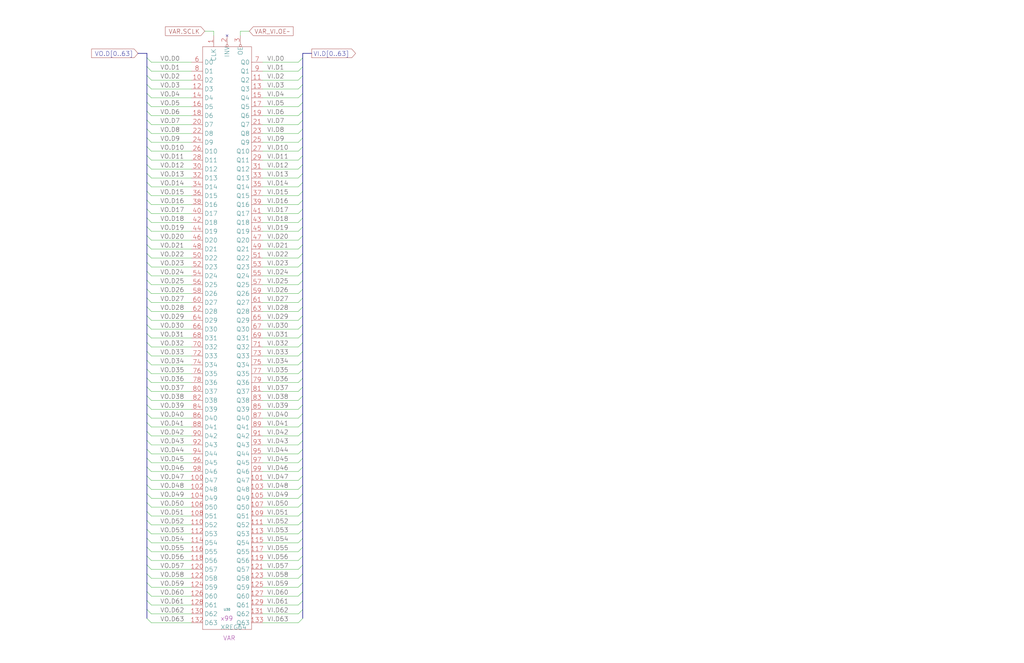
<source format=kicad_sch>
(kicad_sch (version 20230121) (generator eeschema)
  (paper "User" 584.2 378.46)
  (title_block (title "VAL ASSEMBLY REGISTER") (date "20-MAR-90") (rev "1.0") (comment 1 "FIU") (comment 2 "232-003065") (comment 3 "S400") (comment 4 "RELEASED"))
  (lib_symbols
    (symbol "r1000:XREG64" (pin_names (offset 1.016))
      (property "Reference" "U" (at 2.54 5.08 0))
      (property "Value" "XREG64" (at -1.27 -5.08 0))
      (property "Location" "___" (at -1.27 0 0))
      (property "Name" "______" (at 3.81 -12.7 0))
      (symbol "XREG64_1_1"
        (rectangle (start -11.43 326.39) (end 16.51 -6.35))
        (circle (center 2.54 327.025) (radius 0.635))
        (circle (center 10.16 327.025) (radius 0.635))
        (pin input line (at -5.08 332.74 270) (length 6.35) (name "CLK") (number "1"))
        (pin input line (at -17.78 307.34 0) (length 6.35) (name "D2") (number "10"))
        (pin input line (at -17.78 78.74 0) (length 6.35) (name "D47") (number "100"))
        (pin tri_state line (at 22.86 78.74 180) (length 6.35) (name "Q47") (number "101"))
        (pin input line (at -17.78 73.66 0) (length 6.35) (name "D48") (number "102"))
        (pin tri_state line (at 22.86 73.66 180) (length 6.35) (name "Q48") (number "103"))
        (pin input line (at -17.78 68.58 0) (length 6.35) (name "D49") (number "104"))
        (pin tri_state line (at 22.86 68.58 180) (length 6.35) (name "Q49") (number "105"))
        (pin input line (at -17.78 63.5 0) (length 6.35) (name "D50") (number "106"))
        (pin tri_state line (at 22.86 63.5 180) (length 6.35) (name "Q50") (number "107"))
        (pin input line (at -17.78 58.42 0) (length 6.35) (name "D51") (number "108"))
        (pin tri_state line (at 22.86 58.42 180) (length 6.35) (name "Q51") (number "109"))
        (pin tri_state line (at 22.86 307.34 180) (length 6.35) (name "Q2") (number "11"))
        (pin input line (at -17.78 53.34 0) (length 6.35) (name "D52") (number "110"))
        (pin tri_state line (at 22.86 53.34 180) (length 6.35) (name "Q52") (number "111"))
        (pin input line (at -17.78 48.26 0) (length 6.35) (name "D53") (number "112"))
        (pin tri_state line (at 22.86 48.26 180) (length 6.35) (name "Q53") (number "113"))
        (pin input line (at -17.78 43.18 0) (length 6.35) (name "D54") (number "114"))
        (pin tri_state line (at 22.86 43.18 180) (length 6.35) (name "Q54") (number "115"))
        (pin input line (at -17.78 38.1 0) (length 6.35) (name "D55") (number "116"))
        (pin tri_state line (at 22.86 38.1 180) (length 6.35) (name "Q55") (number "117"))
        (pin input line (at -17.78 33.02 0) (length 6.35) (name "D56") (number "118"))
        (pin tri_state line (at 22.86 33.02 180) (length 6.35) (name "Q56") (number "119"))
        (pin input line (at -17.78 302.26 0) (length 6.35) (name "D3") (number "12"))
        (pin input line (at -17.78 27.94 0) (length 6.35) (name "D57") (number "120"))
        (pin tri_state line (at 22.86 27.94 180) (length 6.35) (name "Q57") (number "121"))
        (pin input line (at -17.78 22.86 0) (length 6.35) (name "D58") (number "122"))
        (pin tri_state line (at 22.86 22.86 180) (length 6.35) (name "Q58") (number "123"))
        (pin input line (at -17.78 17.78 0) (length 6.35) (name "D59") (number "124"))
        (pin tri_state line (at 22.86 17.78 180) (length 6.35) (name "Q59") (number "125"))
        (pin input line (at -17.78 12.7 0) (length 6.35) (name "D60") (number "126"))
        (pin tri_state line (at 22.86 12.7 180) (length 6.35) (name "Q60") (number "127"))
        (pin input line (at -17.78 7.62 0) (length 6.35) (name "D61") (number "128"))
        (pin tri_state line (at 22.86 7.62 180) (length 6.35) (name "Q61") (number "129"))
        (pin tri_state line (at 22.86 302.26 180) (length 6.35) (name "Q3") (number "13"))
        (pin input line (at -17.78 2.54 0) (length 6.35) (name "D62") (number "130"))
        (pin tri_state line (at 22.86 2.54 180) (length 6.35) (name "Q62") (number "131"))
        (pin input line (at -17.78 -2.54 0) (length 6.35) (name "D63") (number "132"))
        (pin tri_state line (at 22.86 -2.54 180) (length 6.35) (name "Q63") (number "133"))
        (pin input line (at -17.78 297.18 0) (length 6.35) (name "D4") (number "14"))
        (pin tri_state line (at 22.86 297.18 180) (length 6.35) (name "Q4") (number "15"))
        (pin input line (at -17.78 292.1 0) (length 6.35) (name "D5") (number "16"))
        (pin tri_state line (at 22.86 292.1 180) (length 6.35) (name "Q5") (number "17"))
        (pin input line (at -17.78 287.02 0) (length 6.35) (name "D6") (number "18"))
        (pin tri_state line (at 22.86 287.02 180) (length 6.35) (name "Q6") (number "19"))
        (pin input line (at 2.54 332.74 270) (length 5.08) (name "INV") (number "2"))
        (pin input line (at -17.78 281.94 0) (length 6.35) (name "D7") (number "20"))
        (pin tri_state line (at 22.86 281.94 180) (length 6.35) (name "Q7") (number "21"))
        (pin input line (at -17.78 276.86 0) (length 6.35) (name "D8") (number "22"))
        (pin tri_state line (at 22.86 276.86 180) (length 6.35) (name "Q8") (number "23"))
        (pin input line (at -17.78 271.78 0) (length 6.35) (name "D9") (number "24"))
        (pin tri_state line (at 22.86 271.78 180) (length 6.35) (name "Q9") (number "25"))
        (pin input line (at -17.78 266.7 0) (length 6.35) (name "D10") (number "26"))
        (pin tri_state line (at 22.86 266.7 180) (length 6.35) (name "Q10") (number "27"))
        (pin input line (at -17.78 261.62 0) (length 6.35) (name "D11") (number "28"))
        (pin tri_state line (at 22.86 261.62 180) (length 6.35) (name "Q11") (number "29"))
        (pin input line (at 10.16 332.74 270) (length 5.08) (name "OE") (number "3"))
        (pin input line (at -17.78 256.54 0) (length 6.35) (name "D12") (number "30"))
        (pin tri_state line (at 22.86 256.54 180) (length 6.35) (name "Q12") (number "31"))
        (pin input line (at -17.78 251.46 0) (length 6.35) (name "D13") (number "32"))
        (pin tri_state line (at 22.86 251.46 180) (length 6.35) (name "Q13") (number "33"))
        (pin input line (at -17.78 246.38 0) (length 6.35) (name "D14") (number "34"))
        (pin tri_state line (at 22.86 246.38 180) (length 6.35) (name "Q14") (number "35"))
        (pin input line (at -17.78 241.3 0) (length 6.35) (name "D15") (number "36"))
        (pin tri_state line (at 22.86 241.3 180) (length 6.35) (name "Q15") (number "37"))
        (pin input line (at -17.78 236.22 0) (length 6.35) (name "D16") (number "38"))
        (pin tri_state line (at 22.86 236.22 180) (length 6.35) (name "Q16") (number "39"))
        (pin input line (at -17.78 231.14 0) (length 6.35) (name "D17") (number "40"))
        (pin tri_state line (at 22.86 231.14 180) (length 6.35) (name "Q17") (number "41"))
        (pin input line (at -17.78 226.06 0) (length 6.35) (name "D18") (number "42"))
        (pin tri_state line (at 22.86 226.06 180) (length 6.35) (name "Q18") (number "43"))
        (pin input line (at -17.78 220.98 0) (length 6.35) (name "D19") (number "44"))
        (pin tri_state line (at 22.86 220.98 180) (length 6.35) (name "Q19") (number "45"))
        (pin input line (at -17.78 215.9 0) (length 6.35) (name "D20") (number "46"))
        (pin tri_state line (at 22.86 215.9 180) (length 6.35) (name "Q20") (number "47"))
        (pin input line (at -17.78 210.82 0) (length 6.35) (name "D21") (number "48"))
        (pin tri_state line (at 22.86 210.82 180) (length 6.35) (name "Q21") (number "49"))
        (pin input line (at -17.78 205.74 0) (length 6.35) (name "D22") (number "50"))
        (pin tri_state line (at 22.86 205.74 180) (length 6.35) (name "Q22") (number "51"))
        (pin input line (at -17.78 200.66 0) (length 6.35) (name "D23") (number "52"))
        (pin tri_state line (at 22.86 200.66 180) (length 6.35) (name "Q23") (number "53"))
        (pin input line (at -17.78 195.58 0) (length 6.35) (name "D24") (number "54"))
        (pin tri_state line (at 22.86 195.58 180) (length 6.35) (name "Q24") (number "55"))
        (pin input line (at -17.78 190.5 0) (length 6.35) (name "D25") (number "56"))
        (pin tri_state line (at 22.86 190.5 180) (length 6.35) (name "Q25") (number "57"))
        (pin input line (at -17.78 185.42 0) (length 6.35) (name "D26") (number "58"))
        (pin tri_state line (at 22.86 185.42 180) (length 6.35) (name "Q26") (number "59"))
        (pin input line (at -17.78 317.5 0) (length 6.35) (name "D0") (number "6"))
        (pin input line (at -17.78 180.34 0) (length 6.35) (name "D27") (number "60"))
        (pin tri_state line (at 22.86 180.34 180) (length 6.35) (name "Q27") (number "61"))
        (pin input line (at -17.78 175.26 0) (length 6.35) (name "D28") (number "62"))
        (pin tri_state line (at 22.86 175.26 180) (length 6.35) (name "Q28") (number "63"))
        (pin input line (at -17.78 170.18 0) (length 6.35) (name "D29") (number "64"))
        (pin tri_state line (at 22.86 170.18 180) (length 6.35) (name "Q29") (number "65"))
        (pin input line (at -17.78 165.1 0) (length 6.35) (name "D30") (number "66"))
        (pin tri_state line (at 22.86 165.1 180) (length 6.35) (name "Q30") (number "67"))
        (pin input line (at -17.78 160.02 0) (length 6.35) (name "D31") (number "68"))
        (pin tri_state line (at 22.86 160.02 180) (length 6.35) (name "Q31") (number "69"))
        (pin tri_state line (at 22.86 317.5 180) (length 6.35) (name "Q0") (number "7"))
        (pin input line (at -17.78 154.94 0) (length 6.35) (name "D32") (number "70"))
        (pin tri_state line (at 22.86 154.94 180) (length 6.35) (name "Q32") (number "71"))
        (pin input line (at -17.78 149.86 0) (length 6.35) (name "D33") (number "72"))
        (pin tri_state line (at 22.86 149.86 180) (length 6.35) (name "Q33") (number "73"))
        (pin input line (at -17.78 144.78 0) (length 6.35) (name "D34") (number "74"))
        (pin tri_state line (at 22.86 144.78 180) (length 6.35) (name "Q34") (number "75"))
        (pin input line (at -17.78 139.7 0) (length 6.35) (name "D35") (number "76"))
        (pin tri_state line (at 22.86 139.7 180) (length 6.35) (name "Q35") (number "77"))
        (pin input line (at -17.78 134.62 0) (length 6.35) (name "D36") (number "78"))
        (pin tri_state line (at 22.86 134.62 180) (length 6.35) (name "Q36") (number "79"))
        (pin input line (at -17.78 312.42 0) (length 6.35) (name "D1") (number "8"))
        (pin input line (at -17.78 129.54 0) (length 6.35) (name "D37") (number "80"))
        (pin tri_state line (at 22.86 129.54 180) (length 6.35) (name "Q37") (number "81"))
        (pin input line (at -17.78 124.46 0) (length 6.35) (name "D38") (number "82"))
        (pin tri_state line (at 22.86 124.46 180) (length 6.35) (name "Q38") (number "83"))
        (pin input line (at -17.78 119.38 0) (length 6.35) (name "D39") (number "84"))
        (pin tri_state line (at 22.86 119.38 180) (length 6.35) (name "Q39") (number "85"))
        (pin input line (at -17.78 114.3 0) (length 6.35) (name "D40") (number "86"))
        (pin tri_state line (at 22.86 114.3 180) (length 6.35) (name "Q40") (number "87"))
        (pin input line (at -17.78 109.22 0) (length 6.35) (name "D41") (number "88"))
        (pin tri_state line (at 22.86 109.22 180) (length 6.35) (name "Q41") (number "89"))
        (pin tri_state line (at 22.86 312.42 180) (length 6.35) (name "Q1") (number "9"))
        (pin input line (at -17.78 104.14 0) (length 6.35) (name "D42") (number "90"))
        (pin tri_state line (at 22.86 104.14 180) (length 6.35) (name "Q42") (number "91"))
        (pin input line (at -17.78 99.06 0) (length 6.35) (name "D43") (number "92"))
        (pin tri_state line (at 22.86 99.06 180) (length 6.35) (name "Q43") (number "93"))
        (pin input line (at -17.78 93.98 0) (length 6.35) (name "D44") (number "94"))
        (pin tri_state line (at 22.86 93.98 180) (length 6.35) (name "Q44") (number "95"))
        (pin input line (at -17.78 88.9 0) (length 6.35) (name "D45") (number "96"))
        (pin tri_state line (at 22.86 88.9 180) (length 6.35) (name "Q45") (number "97"))
        (pin input line (at -17.78 83.82 0) (length 6.35) (name "D46") (number "98"))
        (pin tri_state line (at 22.86 83.82 180) (length 6.35) (name "Q46") (number "99"))
      )
    )
  )
  (no_connect (at 129.54 20.32))
  (bus_entry (at 172.72 246.38) (size -2.54 2.54))
  (bus_entry (at 83.82 236.22) (size 2.54 2.54))
  (bus_entry (at 83.82 332.74) (size 2.54 2.54))
  (bus_entry (at 172.72 312.42) (size -2.54 2.54))
  (bus_entry (at 172.72 236.22) (size -2.54 2.54))
  (bus_entry (at 83.82 78.74) (size 2.54 2.54))
  (bus_entry (at 172.72 337.82) (size -2.54 2.54))
  (bus_entry (at 83.82 185.42) (size 2.54 2.54))
  (bus_entry (at 172.72 200.66) (size -2.54 2.54))
  (bus_entry (at 172.72 58.42) (size -2.54 2.54))
  (bus_entry (at 172.72 205.74) (size -2.54 2.54))
  (bus_entry (at 172.72 347.98) (size -2.54 2.54))
  (bus_entry (at 172.72 251.46) (size -2.54 2.54))
  (bus_entry (at 83.82 312.42) (size 2.54 2.54))
  (bus_entry (at 83.82 124.46) (size 2.54 2.54))
  (bus_entry (at 83.82 302.26) (size 2.54 2.54))
  (bus_entry (at 83.82 256.54) (size 2.54 2.54))
  (bus_entry (at 83.82 205.74) (size 2.54 2.54))
  (bus_entry (at 83.82 43.18) (size 2.54 2.54))
  (bus_entry (at 83.82 63.5) (size 2.54 2.54))
  (bus_entry (at 83.82 292.1) (size 2.54 2.54))
  (bus_entry (at 172.72 170.18) (size -2.54 2.54))
  (bus_entry (at 83.82 165.1) (size 2.54 2.54))
  (bus_entry (at 83.82 99.06) (size 2.54 2.54))
  (bus_entry (at 172.72 114.3) (size -2.54 2.54))
  (bus_entry (at 83.82 246.38) (size 2.54 2.54))
  (bus_entry (at 172.72 160.02) (size -2.54 2.54))
  (bus_entry (at 83.82 48.26) (size 2.54 2.54))
  (bus_entry (at 83.82 287.02) (size 2.54 2.54))
  (bus_entry (at 83.82 337.82) (size 2.54 2.54))
  (bus_entry (at 83.82 154.94) (size 2.54 2.54))
  (bus_entry (at 172.72 281.94) (size -2.54 2.54))
  (bus_entry (at 172.72 353.06) (size -2.54 2.54))
  (bus_entry (at 172.72 88.9) (size -2.54 2.54))
  (bus_entry (at 172.72 195.58) (size -2.54 2.54))
  (bus_entry (at 172.72 124.46) (size -2.54 2.54))
  (bus_entry (at 83.82 261.62) (size 2.54 2.54))
  (bus_entry (at 172.72 215.9) (size -2.54 2.54))
  (bus_entry (at 172.72 231.14) (size -2.54 2.54))
  (bus_entry (at 83.82 297.18) (size 2.54 2.54))
  (bus_entry (at 83.82 180.34) (size 2.54 2.54))
  (bus_entry (at 83.82 73.66) (size 2.54 2.54))
  (bus_entry (at 83.82 342.9) (size 2.54 2.54))
  (bus_entry (at 83.82 129.54) (size 2.54 2.54))
  (bus_entry (at 83.82 53.34) (size 2.54 2.54))
  (bus_entry (at 83.82 119.38) (size 2.54 2.54))
  (bus_entry (at 83.82 271.78) (size 2.54 2.54))
  (bus_entry (at 83.82 200.66) (size 2.54 2.54))
  (bus_entry (at 83.82 109.22) (size 2.54 2.54))
  (bus_entry (at 83.82 33.02) (size 2.54 2.54))
  (bus_entry (at 83.82 93.98) (size 2.54 2.54))
  (bus_entry (at 83.82 220.98) (size 2.54 2.54))
  (bus_entry (at 172.72 63.5) (size -2.54 2.54))
  (bus_entry (at 172.72 129.54) (size -2.54 2.54))
  (bus_entry (at 172.72 33.02) (size -2.54 2.54))
  (bus_entry (at 83.82 215.9) (size 2.54 2.54))
  (bus_entry (at 83.82 251.46) (size 2.54 2.54))
  (bus_entry (at 83.82 88.9) (size 2.54 2.54))
  (bus_entry (at 83.82 317.5) (size 2.54 2.54))
  (bus_entry (at 83.82 144.78) (size 2.54 2.54))
  (bus_entry (at 172.72 271.78) (size -2.54 2.54))
  (bus_entry (at 83.82 38.1) (size 2.54 2.54))
  (bus_entry (at 172.72 180.34) (size -2.54 2.54))
  (bus_entry (at 172.72 175.26) (size -2.54 2.54))
  (bus_entry (at 83.82 134.62) (size 2.54 2.54))
  (bus_entry (at 172.72 139.7) (size -2.54 2.54))
  (bus_entry (at 172.72 99.06) (size -2.54 2.54))
  (bus_entry (at 172.72 185.42) (size -2.54 2.54))
  (bus_entry (at 172.72 276.86) (size -2.54 2.54))
  (bus_entry (at 172.72 241.3) (size -2.54 2.54))
  (bus_entry (at 172.72 165.1) (size -2.54 2.54))
  (bus_entry (at 83.82 104.14) (size 2.54 2.54))
  (bus_entry (at 83.82 210.82) (size 2.54 2.54))
  (bus_entry (at 172.72 220.98) (size -2.54 2.54))
  (bus_entry (at 83.82 226.06) (size 2.54 2.54))
  (bus_entry (at 172.72 287.02) (size -2.54 2.54))
  (bus_entry (at 172.72 149.86) (size -2.54 2.54))
  (bus_entry (at 83.82 266.7) (size 2.54 2.54))
  (bus_entry (at 83.82 281.94) (size 2.54 2.54))
  (bus_entry (at 172.72 73.66) (size -2.54 2.54))
  (bus_entry (at 83.82 195.58) (size 2.54 2.54))
  (bus_entry (at 83.82 347.98) (size 2.54 2.54))
  (bus_entry (at 172.72 307.34) (size -2.54 2.54))
  (bus_entry (at 83.82 58.42) (size 2.54 2.54))
  (bus_entry (at 172.72 53.34) (size -2.54 2.54))
  (bus_entry (at 83.82 327.66) (size 2.54 2.54))
  (bus_entry (at 172.72 78.74) (size -2.54 2.54))
  (bus_entry (at 172.72 210.82) (size -2.54 2.54))
  (bus_entry (at 172.72 83.82) (size -2.54 2.54))
  (bus_entry (at 172.72 302.26) (size -2.54 2.54))
  (bus_entry (at 172.72 93.98) (size -2.54 2.54))
  (bus_entry (at 172.72 119.38) (size -2.54 2.54))
  (bus_entry (at 172.72 134.62) (size -2.54 2.54))
  (bus_entry (at 172.72 38.1) (size -2.54 2.54))
  (bus_entry (at 172.72 226.06) (size -2.54 2.54))
  (bus_entry (at 172.72 261.62) (size -2.54 2.54))
  (bus_entry (at 172.72 190.5) (size -2.54 2.54))
  (bus_entry (at 83.82 231.14) (size 2.54 2.54))
  (bus_entry (at 172.72 322.58) (size -2.54 2.54))
  (bus_entry (at 172.72 68.58) (size -2.54 2.54))
  (bus_entry (at 83.82 307.34) (size 2.54 2.54))
  (bus_entry (at 83.82 190.5) (size 2.54 2.54))
  (bus_entry (at 83.82 353.06) (size 2.54 2.54))
  (bus_entry (at 83.82 139.7) (size 2.54 2.54))
  (bus_entry (at 83.82 149.86) (size 2.54 2.54))
  (bus_entry (at 172.72 292.1) (size -2.54 2.54))
  (bus_entry (at 83.82 114.3) (size 2.54 2.54))
  (bus_entry (at 83.82 241.3) (size 2.54 2.54))
  (bus_entry (at 83.82 322.58) (size 2.54 2.54))
  (bus_entry (at 172.72 256.54) (size -2.54 2.54))
  (bus_entry (at 172.72 109.22) (size -2.54 2.54))
  (bus_entry (at 172.72 332.74) (size -2.54 2.54))
  (bus_entry (at 172.72 327.66) (size -2.54 2.54))
  (bus_entry (at 172.72 144.78) (size -2.54 2.54))
  (bus_entry (at 172.72 43.18) (size -2.54 2.54))
  (bus_entry (at 172.72 104.14) (size -2.54 2.54))
  (bus_entry (at 172.72 317.5) (size -2.54 2.54))
  (bus_entry (at 83.82 68.58) (size 2.54 2.54))
  (bus_entry (at 172.72 297.18) (size -2.54 2.54))
  (bus_entry (at 172.72 154.94) (size -2.54 2.54))
  (bus_entry (at 83.82 276.86) (size 2.54 2.54))
  (bus_entry (at 83.82 160.02) (size 2.54 2.54))
  (bus_entry (at 172.72 266.7) (size -2.54 2.54))
  (bus_entry (at 172.72 48.26) (size -2.54 2.54))
  (bus_entry (at 83.82 170.18) (size 2.54 2.54))
  (bus_entry (at 83.82 175.26) (size 2.54 2.54))
  (bus_entry (at 83.82 83.82) (size 2.54 2.54))
  (bus_entry (at 172.72 342.9) (size -2.54 2.54))
  (bus (pts (xy 172.72 68.58) (xy 172.72 73.66)))
  (bus (pts (xy 172.72 154.94) (xy 172.72 160.02)))
  (wire (pts (xy 109.22 81.28) (xy 86.36 81.28)))
  (wire (pts (xy 109.22 223.52) (xy 86.36 223.52)))
  (wire (pts (xy 170.18 320.04) (xy 149.86 320.04)))
  (wire (pts (xy 170.18 167.64) (xy 149.86 167.64)))
  (wire (pts (xy 109.22 335.28) (xy 86.36 335.28)))
  (wire (pts (xy 109.22 203.2) (xy 86.36 203.2)))
  (wire (pts (xy 170.18 228.6) (xy 149.86 228.6)))
  (wire (pts (xy 109.22 137.16) (xy 86.36 137.16)))
  (bus (pts (xy 83.82 347.98) (xy 83.82 353.06)))
  (wire (pts (xy 109.22 243.84) (xy 86.36 243.84)))
  (bus (pts (xy 172.72 48.26) (xy 172.72 53.34)))
  (bus (pts (xy 83.82 30.48) (xy 83.82 33.02)))
  (wire (pts (xy 170.18 157.48) (xy 149.86 157.48)))
  (wire (pts (xy 109.22 40.64) (xy 86.36 40.64)))
  (bus (pts (xy 83.82 342.9) (xy 83.82 347.98)))
  (wire (pts (xy 109.22 152.4) (xy 86.36 152.4)))
  (wire (pts (xy 109.22 294.64) (xy 86.36 294.64)))
  (wire (pts (xy 170.18 101.6) (xy 149.86 101.6)))
  (bus (pts (xy 83.82 99.06) (xy 83.82 104.14)))
  (bus (pts (xy 172.72 236.22) (xy 172.72 241.3)))
  (wire (pts (xy 109.22 127) (xy 86.36 127)))
  (bus (pts (xy 172.72 63.5) (xy 172.72 68.58)))
  (wire (pts (xy 109.22 142.24) (xy 86.36 142.24)))
  (bus (pts (xy 172.72 256.54) (xy 172.72 261.62)))
  (wire (pts (xy 170.18 304.8) (xy 149.86 304.8)))
  (wire (pts (xy 109.22 254) (xy 86.36 254)))
  (wire (pts (xy 170.18 243.84) (xy 149.86 243.84)))
  (bus (pts (xy 83.82 160.02) (xy 83.82 165.1)))
  (bus (pts (xy 83.82 33.02) (xy 83.82 38.1)))
  (bus (pts (xy 172.72 226.06) (xy 172.72 231.14)))
  (bus (pts (xy 172.72 83.82) (xy 172.72 88.9)))
  (bus (pts (xy 83.82 281.94) (xy 83.82 287.02)))
  (bus (pts (xy 83.82 236.22) (xy 83.82 241.3)))
  (bus (pts (xy 172.72 292.1) (xy 172.72 297.18)))
  (bus (pts (xy 83.82 200.66) (xy 83.82 205.74)))
  (wire (pts (xy 170.18 86.36) (xy 149.86 86.36)))
  (wire (pts (xy 170.18 213.36) (xy 149.86 213.36)))
  (wire (pts (xy 109.22 350.52) (xy 86.36 350.52)))
  (bus (pts (xy 83.82 241.3) (xy 83.82 246.38)))
  (bus (pts (xy 83.82 104.14) (xy 83.82 109.22)))
  (bus (pts (xy 83.82 48.26) (xy 83.82 53.34)))
  (bus (pts (xy 172.72 287.02) (xy 172.72 292.1)))
  (wire (pts (xy 170.18 147.32) (xy 149.86 147.32)))
  (wire (pts (xy 109.22 71.12) (xy 86.36 71.12)))
  (bus (pts (xy 172.72 337.82) (xy 172.72 342.9)))
  (wire (pts (xy 109.22 213.36) (xy 86.36 213.36)))
  (wire (pts (xy 170.18 218.44) (xy 149.86 218.44)))
  (bus (pts (xy 172.72 317.5) (xy 172.72 322.58)))
  (bus (pts (xy 172.72 312.42) (xy 172.72 317.5)))
  (wire (pts (xy 170.18 91.44) (xy 149.86 91.44)))
  (bus (pts (xy 172.72 231.14) (xy 172.72 236.22)))
  (bus (pts (xy 172.72 200.66) (xy 172.72 205.74)))
  (bus (pts (xy 172.72 347.98) (xy 172.72 353.06)))
  (wire (pts (xy 109.22 259.08) (xy 86.36 259.08)))
  (bus (pts (xy 83.82 317.5) (xy 83.82 322.58)))
  (wire (pts (xy 170.18 233.68) (xy 149.86 233.68)))
  (bus (pts (xy 172.72 139.7) (xy 172.72 144.78)))
  (bus (pts (xy 83.82 332.74) (xy 83.82 337.82)))
  (wire (pts (xy 109.22 187.96) (xy 86.36 187.96)))
  (wire (pts (xy 170.18 142.24) (xy 149.86 142.24)))
  (wire (pts (xy 170.18 238.76) (xy 149.86 238.76)))
  (bus (pts (xy 83.82 271.78) (xy 83.82 276.86)))
  (wire (pts (xy 109.22 45.72) (xy 86.36 45.72)))
  (bus (pts (xy 83.82 226.06) (xy 83.82 231.14)))
  (bus (pts (xy 172.72 43.18) (xy 172.72 48.26)))
  (wire (pts (xy 109.22 309.88) (xy 86.36 309.88)))
  (wire (pts (xy 170.18 60.96) (xy 149.86 60.96)))
  (bus (pts (xy 172.72 266.7) (xy 172.72 271.78)))
  (bus (pts (xy 172.72 114.3) (xy 172.72 119.38)))
  (wire (pts (xy 170.18 81.28) (xy 149.86 81.28)))
  (wire (pts (xy 170.18 279.4) (xy 149.86 279.4)))
  (wire (pts (xy 109.22 355.6) (xy 86.36 355.6)))
  (wire (pts (xy 170.18 198.12) (xy 149.86 198.12)))
  (wire (pts (xy 109.22 101.6) (xy 86.36 101.6)))
  (bus (pts (xy 172.72 170.18) (xy 172.72 175.26)))
  (wire (pts (xy 109.22 218.44) (xy 86.36 218.44)))
  (bus (pts (xy 172.72 109.22) (xy 172.72 114.3)))
  (bus (pts (xy 172.72 332.74) (xy 172.72 337.82)))
  (wire (pts (xy 170.18 345.44) (xy 149.86 345.44)))
  (bus (pts (xy 78.74 30.48) (xy 83.82 30.48)))
  (wire (pts (xy 170.18 71.12) (xy 149.86 71.12)))
  (wire (pts (xy 109.22 55.88) (xy 86.36 55.88)))
  (wire (pts (xy 170.18 50.8) (xy 149.86 50.8)))
  (bus (pts (xy 172.72 149.86) (xy 172.72 154.94)))
  (bus (pts (xy 172.72 241.3) (xy 172.72 246.38)))
  (wire (pts (xy 109.22 111.76) (xy 86.36 111.76)))
  (wire (pts (xy 121.92 17.78) (xy 121.92 20.32)))
  (bus (pts (xy 172.72 58.42) (xy 172.72 63.5)))
  (wire (pts (xy 109.22 60.96) (xy 86.36 60.96)))
  (bus (pts (xy 172.72 144.78) (xy 172.72 149.86)))
  (wire (pts (xy 170.18 106.68) (xy 149.86 106.68)))
  (bus (pts (xy 172.72 30.48) (xy 172.72 33.02)))
  (bus (pts (xy 172.72 246.38) (xy 172.72 251.46)))
  (wire (pts (xy 170.18 162.56) (xy 149.86 162.56)))
  (bus (pts (xy 83.82 251.46) (xy 83.82 256.54)))
  (wire (pts (xy 170.18 76.2) (xy 149.86 76.2)))
  (bus (pts (xy 172.72 119.38) (xy 172.72 124.46)))
  (bus (pts (xy 83.82 134.62) (xy 83.82 139.7)))
  (wire (pts (xy 109.22 248.92) (xy 86.36 248.92)))
  (wire (pts (xy 109.22 284.48) (xy 86.36 284.48)))
  (wire (pts (xy 109.22 76.2) (xy 86.36 76.2)))
  (bus (pts (xy 172.72 160.02) (xy 172.72 165.1)))
  (wire (pts (xy 170.18 172.72) (xy 149.86 172.72)))
  (bus (pts (xy 83.82 154.94) (xy 83.82 160.02)))
  (bus (pts (xy 83.82 124.46) (xy 83.82 129.54)))
  (bus (pts (xy 83.82 220.98) (xy 83.82 226.06)))
  (bus (pts (xy 83.82 297.18) (xy 83.82 302.26)))
  (wire (pts (xy 170.18 248.92) (xy 149.86 248.92)))
  (bus (pts (xy 83.82 83.82) (xy 83.82 88.9)))
  (wire (pts (xy 116.84 17.78) (xy 121.92 17.78)))
  (wire (pts (xy 170.18 187.96) (xy 149.86 187.96)))
  (bus (pts (xy 83.82 256.54) (xy 83.82 261.62)))
  (bus (pts (xy 83.82 93.98) (xy 83.82 99.06)))
  (bus (pts (xy 83.82 292.1) (xy 83.82 297.18)))
  (wire (pts (xy 170.18 177.8) (xy 149.86 177.8)))
  (wire (pts (xy 109.22 325.12) (xy 86.36 325.12)))
  (wire (pts (xy 170.18 314.96) (xy 149.86 314.96)))
  (wire (pts (xy 170.18 355.6) (xy 149.86 355.6)))
  (wire (pts (xy 109.22 121.92) (xy 86.36 121.92)))
  (wire (pts (xy 170.18 193.04) (xy 149.86 193.04)))
  (wire (pts (xy 170.18 116.84) (xy 149.86 116.84)))
  (bus (pts (xy 83.82 175.26) (xy 83.82 180.34)))
  (bus (pts (xy 172.72 73.66) (xy 172.72 78.74)))
  (wire (pts (xy 109.22 157.48) (xy 86.36 157.48)))
  (bus (pts (xy 83.82 205.74) (xy 83.82 210.82)))
  (wire (pts (xy 170.18 269.24) (xy 149.86 269.24)))
  (bus (pts (xy 83.82 322.58) (xy 83.82 327.66)))
  (bus (pts (xy 172.72 180.34) (xy 172.72 185.42)))
  (wire (pts (xy 109.22 147.32) (xy 86.36 147.32)))
  (bus (pts (xy 172.72 190.5) (xy 172.72 195.58)))
  (wire (pts (xy 109.22 132.08) (xy 86.36 132.08)))
  (wire (pts (xy 170.18 45.72) (xy 149.86 45.72)))
  (bus (pts (xy 172.72 33.02) (xy 172.72 38.1)))
  (bus (pts (xy 83.82 170.18) (xy 83.82 175.26)))
  (bus (pts (xy 83.82 231.14) (xy 83.82 236.22)))
  (bus (pts (xy 172.72 281.94) (xy 172.72 287.02)))
  (wire (pts (xy 109.22 172.72) (xy 86.36 172.72)))
  (wire (pts (xy 109.22 96.52) (xy 86.36 96.52)))
  (wire (pts (xy 170.18 35.56) (xy 149.86 35.56)))
  (bus (pts (xy 172.72 342.9) (xy 172.72 347.98)))
  (bus (pts (xy 172.72 327.66) (xy 172.72 332.74)))
  (wire (pts (xy 170.18 289.56) (xy 149.86 289.56)))
  (bus (pts (xy 172.72 220.98) (xy 172.72 226.06)))
  (bus (pts (xy 83.82 190.5) (xy 83.82 195.58)))
  (wire (pts (xy 109.22 269.24) (xy 86.36 269.24)))
  (bus (pts (xy 83.82 63.5) (xy 83.82 68.58)))
  (wire (pts (xy 109.22 182.88) (xy 86.36 182.88)))
  (bus (pts (xy 172.72 78.74) (xy 172.72 83.82)))
  (wire (pts (xy 109.22 116.84) (xy 86.36 116.84)))
  (wire (pts (xy 109.22 299.72) (xy 86.36 299.72)))
  (wire (pts (xy 170.18 254) (xy 149.86 254)))
  (wire (pts (xy 109.22 177.8) (xy 86.36 177.8)))
  (wire (pts (xy 109.22 233.68) (xy 86.36 233.68)))
  (bus (pts (xy 83.82 149.86) (xy 83.82 154.94)))
  (bus (pts (xy 83.82 307.34) (xy 83.82 312.42)))
  (bus (pts (xy 172.72 271.78) (xy 172.72 276.86)))
  (wire (pts (xy 170.18 309.88) (xy 149.86 309.88)))
  (wire (pts (xy 109.22 228.6) (xy 86.36 228.6)))
  (wire (pts (xy 170.18 330.2) (xy 149.86 330.2)))
  (wire (pts (xy 109.22 162.56) (xy 86.36 162.56)))
  (wire (pts (xy 170.18 284.48) (xy 149.86 284.48)))
  (wire (pts (xy 109.22 86.36) (xy 86.36 86.36)))
  (bus (pts (xy 83.82 109.22) (xy 83.82 114.3)))
  (bus (pts (xy 83.82 53.34) (xy 83.82 58.42)))
  (wire (pts (xy 170.18 55.88) (xy 149.86 55.88)))
  (wire (pts (xy 109.22 35.56) (xy 86.36 35.56)))
  (bus (pts (xy 83.82 88.9) (xy 83.82 93.98)))
  (bus (pts (xy 172.72 195.58) (xy 172.72 200.66)))
  (bus (pts (xy 172.72 307.34) (xy 172.72 312.42)))
  (wire (pts (xy 109.22 274.32) (xy 86.36 274.32)))
  (wire (pts (xy 109.22 340.36) (xy 86.36 340.36)))
  (wire (pts (xy 170.18 132.08) (xy 149.86 132.08)))
  (bus (pts (xy 83.82 129.54) (xy 83.82 134.62)))
  (bus (pts (xy 172.72 215.9) (xy 172.72 220.98)))
  (bus (pts (xy 83.82 43.18) (xy 83.82 48.26)))
  (bus (pts (xy 83.82 119.38) (xy 83.82 124.46)))
  (wire (pts (xy 109.22 50.8) (xy 86.36 50.8)))
  (wire (pts (xy 170.18 340.36) (xy 149.86 340.36)))
  (wire (pts (xy 137.16 17.78) (xy 137.16 20.32)))
  (wire (pts (xy 142.24 17.78) (xy 137.16 17.78)))
  (wire (pts (xy 170.18 111.76) (xy 149.86 111.76)))
  (bus (pts (xy 83.82 266.7) (xy 83.82 271.78)))
  (bus (pts (xy 83.82 327.66) (xy 83.82 332.74)))
  (bus (pts (xy 83.82 144.78) (xy 83.82 149.86)))
  (wire (pts (xy 109.22 304.8) (xy 86.36 304.8)))
  (wire (pts (xy 109.22 320.04) (xy 86.36 320.04)))
  (bus (pts (xy 172.72 322.58) (xy 172.72 327.66)))
  (wire (pts (xy 170.18 350.52) (xy 149.86 350.52)))
  (bus (pts (xy 83.82 276.86) (xy 83.82 281.94)))
  (wire (pts (xy 109.22 264.16) (xy 86.36 264.16)))
  (wire (pts (xy 170.18 299.72) (xy 149.86 299.72)))
  (wire (pts (xy 170.18 208.28) (xy 149.86 208.28)))
  (wire (pts (xy 170.18 96.52) (xy 149.86 96.52)))
  (bus (pts (xy 172.72 205.74) (xy 172.72 210.82)))
  (bus (pts (xy 172.72 53.34) (xy 172.72 58.42)))
  (wire (pts (xy 109.22 91.44) (xy 86.36 91.44)))
  (bus (pts (xy 172.72 165.1) (xy 172.72 170.18)))
  (wire (pts (xy 109.22 279.4) (xy 86.36 279.4)))
  (bus (pts (xy 83.82 38.1) (xy 83.82 43.18)))
  (wire (pts (xy 109.22 314.96) (xy 86.36 314.96)))
  (bus (pts (xy 83.82 195.58) (xy 83.82 200.66)))
  (wire (pts (xy 170.18 152.4) (xy 149.86 152.4)))
  (wire (pts (xy 109.22 167.64) (xy 86.36 167.64)))
  (wire (pts (xy 170.18 264.16) (xy 149.86 264.16)))
  (wire (pts (xy 170.18 66.04) (xy 149.86 66.04)))
  (wire (pts (xy 170.18 203.2) (xy 149.86 203.2)))
  (wire (pts (xy 109.22 106.68) (xy 86.36 106.68)))
  (bus (pts (xy 83.82 210.82) (xy 83.82 215.9)))
  (bus (pts (xy 83.82 68.58) (xy 83.82 73.66)))
  (bus (pts (xy 172.72 129.54) (xy 172.72 134.62)))
  (wire (pts (xy 109.22 345.44) (xy 86.36 345.44)))
  (bus (pts (xy 172.72 104.14) (xy 172.72 109.22)))
  (bus (pts (xy 83.82 58.42) (xy 83.82 63.5)))
  (wire (pts (xy 109.22 198.12) (xy 86.36 198.12)))
  (bus (pts (xy 172.72 302.26) (xy 172.72 307.34)))
  (bus (pts (xy 83.82 78.74) (xy 83.82 83.82)))
  (bus (pts (xy 83.82 337.82) (xy 83.82 342.9)))
  (bus (pts (xy 83.82 302.26) (xy 83.82 307.34)))
  (wire (pts (xy 170.18 121.92) (xy 149.86 121.92)))
  (wire (pts (xy 109.22 289.56) (xy 86.36 289.56)))
  (bus (pts (xy 177.8 30.48) (xy 172.72 30.48)))
  (bus (pts (xy 83.82 312.42) (xy 83.82 317.5)))
  (bus (pts (xy 83.82 139.7) (xy 83.82 144.78)))
  (wire (pts (xy 109.22 330.2) (xy 86.36 330.2)))
  (bus (pts (xy 172.72 185.42) (xy 172.72 190.5)))
  (bus (pts (xy 172.72 210.82) (xy 172.72 215.9)))
  (wire (pts (xy 170.18 127) (xy 149.86 127)))
  (bus (pts (xy 172.72 297.18) (xy 172.72 302.26)))
  (bus (pts (xy 172.72 261.62) (xy 172.72 266.7)))
  (bus (pts (xy 83.82 261.62) (xy 83.82 266.7)))
  (wire (pts (xy 170.18 325.12) (xy 149.86 325.12)))
  (bus (pts (xy 172.72 251.46) (xy 172.72 256.54)))
  (bus (pts (xy 172.72 99.06) (xy 172.72 104.14)))
  (bus (pts (xy 83.82 287.02) (xy 83.82 292.1)))
  (wire (pts (xy 170.18 335.28) (xy 149.86 335.28)))
  (bus (pts (xy 83.82 246.38) (xy 83.82 251.46)))
  (wire (pts (xy 170.18 223.52) (xy 149.86 223.52)))
  (wire (pts (xy 170.18 137.16) (xy 149.86 137.16)))
  (wire (pts (xy 109.22 208.28) (xy 86.36 208.28)))
  (wire (pts (xy 109.22 66.04) (xy 86.36 66.04)))
  (bus (pts (xy 172.72 175.26) (xy 172.72 180.34)))
  (bus (pts (xy 172.72 134.62) (xy 172.72 139.7)))
  (wire (pts (xy 170.18 294.64) (xy 149.86 294.64)))
  (wire (pts (xy 170.18 182.88) (xy 149.86 182.88)))
  (bus (pts (xy 172.72 88.9) (xy 172.72 93.98)))
  (wire (pts (xy 170.18 259.08) (xy 149.86 259.08)))
  (wire (pts (xy 109.22 193.04) (xy 86.36 193.04)))
  (wire (pts (xy 109.22 238.76) (xy 86.36 238.76)))
  (bus (pts (xy 83.82 185.42) (xy 83.82 190.5)))
  (bus (pts (xy 172.72 124.46) (xy 172.72 129.54)))
  (bus (pts (xy 172.72 276.86) (xy 172.72 281.94)))
  (bus (pts (xy 172.72 38.1) (xy 172.72 43.18)))
  (bus (pts (xy 172.72 93.98) (xy 172.72 99.06)))
  (bus (pts (xy 83.82 73.66) (xy 83.82 78.74)))
  (bus (pts (xy 83.82 180.34) (xy 83.82 185.42)))
  (bus (pts (xy 83.82 215.9) (xy 83.82 220.98)))
  (bus (pts (xy 83.82 114.3) (xy 83.82 119.38)))
  (wire (pts (xy 170.18 274.32) (xy 149.86 274.32)))
  (bus (pts (xy 83.82 165.1) (xy 83.82 170.18)))
  (wire (pts (xy 170.18 40.64) (xy 149.86 40.64)))
  (label "VO.D4" (at 91.44 55.88 0) (effects (font (size 2.54 2.54))))
  (label "VI.D27" (at 152.4 172.72 0) (effects (font (size 2.54 2.54))))
  (label "VO.D59" (at 91.44 335.28 0) (effects (font (size 2.54 2.54))))
  (label "VO.D35" (at 91.44 213.36 0) (effects (font (size 2.54 2.54))))
  (label "VO.D0" (at 91.44 35.56 0) (effects (font (size 2.54 2.54))))
  (label "VO.D43" (at 91.44 254 0) (effects (font (size 2.54 2.54))))
  (label "VI.D48" (at 152.4 279.4 0) (effects (font (size 2.54 2.54))))
  (label "VI.D44" (at 152.4 259.08 0) (effects (font (size 2.54 2.54))))
  (label "VO.D53" (at 91.44 304.8 0) (effects (font (size 2.54 2.54))))
  (label "VI.D49" (at 152.4 284.48 0) (effects (font (size 2.54 2.54))))
  (label "VI.D51" (at 152.4 294.64 0) (effects (font (size 2.54 2.54))))
  (label "VI.D56" (at 152.4 320.04 0) (effects (font (size 2.54 2.54))))
  (label "VO.D8" (at 91.44 76.2 0) (effects (font (size 2.54 2.54))))
  (label "VO.D46" (at 91.44 269.24 0) (effects (font (size 2.54 2.54))))
  (label "VI.D50" (at 152.4 289.56 0) (effects (font (size 2.54 2.54))))
  (label "VO.D24" (at 91.44 157.48 0) (effects (font (size 2.54 2.54))))
  (label "VI.D25" (at 152.4 162.56 0) (effects (font (size 2.54 2.54))))
  (label "VO.D31" (at 91.44 193.04 0) (effects (font (size 2.54 2.54))))
  (label "VI.D62" (at 152.4 350.52 0) (effects (font (size 2.54 2.54))))
  (label "VO.D58" (at 91.44 330.2 0) (effects (font (size 2.54 2.54))))
  (label "VO.D18" (at 91.44 127 0) (effects (font (size 2.54 2.54))))
  (label "VI.D15" (at 152.4 111.76 0) (effects (font (size 2.54 2.54))))
  (label "VO.D10" (at 91.44 86.36 0) (effects (font (size 2.54 2.54))))
  (label "VI.D63" (at 152.4 355.6 0) (effects (font (size 2.54 2.54))))
  (label "VI.D8" (at 152.4 76.2 0) (effects (font (size 2.54 2.54))))
  (label "VO.D6" (at 91.44 66.04 0) (effects (font (size 2.54 2.54))))
  (label "VO.D7" (at 91.44 71.12 0) (effects (font (size 2.54 2.54))))
  (label "VI.D52" (at 152.4 299.72 0) (effects (font (size 2.54 2.54))))
  (label "VO.D34" (at 91.44 208.28 0) (effects (font (size 2.54 2.54))))
  (label "VO.D52" (at 91.44 299.72 0) (effects (font (size 2.54 2.54))))
  (label "VI.D39" (at 152.4 233.68 0) (effects (font (size 2.54 2.54))))
  (label "VI.D22" (at 152.4 147.32 0) (effects (font (size 2.54 2.54))))
  (label "VI.D60" (at 152.4 340.36 0) (effects (font (size 2.54 2.54))))
  (label "VO.D55" (at 91.44 314.96 0) (effects (font (size 2.54 2.54))))
  (label "VI.D59" (at 152.4 335.28 0) (effects (font (size 2.54 2.54))))
  (label "VI.D23" (at 152.4 152.4 0) (effects (font (size 2.54 2.54))))
  (label "VI.D13" (at 152.4 101.6 0) (effects (font (size 2.54 2.54))))
  (label "VO.D11" (at 91.44 91.44 0) (effects (font (size 2.54 2.54))))
  (label "VO.D30" (at 91.44 187.96 0) (effects (font (size 2.54 2.54))))
  (label "VO.D45" (at 91.44 264.16 0) (effects (font (size 2.54 2.54))))
  (label "VI.D3" (at 152.4 50.8 0) (effects (font (size 2.54 2.54))))
  (label "VO.D12" (at 91.44 96.52 0) (effects (font (size 2.54 2.54))))
  (label "VI.D5" (at 152.4 60.96 0) (effects (font (size 2.54 2.54))))
  (label "VO.D1" (at 91.44 40.64 0) (effects (font (size 2.54 2.54))))
  (label "VI.D14" (at 152.4 106.68 0) (effects (font (size 2.54 2.54))))
  (label "VI.D9" (at 152.4 81.28 0) (effects (font (size 2.54 2.54))))
  (label "VI.D34" (at 152.4 208.28 0) (effects (font (size 2.54 2.54))))
  (label "VI.D17" (at 152.4 121.92 0) (effects (font (size 2.54 2.54))))
  (label "VI.D4" (at 152.4 55.88 0) (effects (font (size 2.54 2.54))))
  (label "VO.D28" (at 91.44 177.8 0) (effects (font (size 2.54 2.54))))
  (label "VI.D28" (at 152.4 177.8 0) (effects (font (size 2.54 2.54))))
  (label "VO.D21" (at 91.44 142.24 0) (effects (font (size 2.54 2.54))))
  (label "VI.D31" (at 152.4 193.04 0) (effects (font (size 2.54 2.54))))
  (label "VO.D49" (at 91.44 284.48 0) (effects (font (size 2.54 2.54))))
  (label "VO.D47" (at 91.44 274.32 0) (effects (font (size 2.54 2.54))))
  (label "VI.D36" (at 152.4 218.44 0) (effects (font (size 2.54 2.54))))
  (label "VI.D0" (at 152.4 35.56 0) (effects (font (size 2.54 2.54))))
  (label "VO.D62" (at 91.44 350.52 0) (effects (font (size 2.54 2.54))))
  (label "VI.D41" (at 152.4 243.84 0) (effects (font (size 2.54 2.54))))
  (label "VO.D41" (at 91.44 243.84 0) (effects (font (size 2.54 2.54))))
  (label "VO.D40" (at 91.44 238.76 0) (effects (font (size 2.54 2.54))))
  (label "VO.D29" (at 91.44 182.88 0) (effects (font (size 2.54 2.54))))
  (label "VO.D27" (at 91.44 172.72 0) (effects (font (size 2.54 2.54))))
  (label "VI.D18" (at 152.4 127 0) (effects (font (size 2.54 2.54))))
  (label "VO.D61" (at 91.44 345.44 0) (effects (font (size 2.54 2.54))))
  (label "VI.D1" (at 152.4 40.64 0) (effects (font (size 2.54 2.54))))
  (label "VO.D26" (at 91.44 167.64 0) (effects (font (size 2.54 2.54))))
  (label "VO.D51" (at 91.44 294.64 0) (effects (font (size 2.54 2.54))))
  (label "VO.D37" (at 91.44 223.52 0) (effects (font (size 2.54 2.54))))
  (label "VI.D58" (at 152.4 330.2 0) (effects (font (size 2.54 2.54))))
  (label "VI.D29" (at 152.4 182.88 0) (effects (font (size 2.54 2.54))))
  (label "VI.D11" (at 152.4 91.44 0) (effects (font (size 2.54 2.54))))
  (label "VI.D7" (at 152.4 71.12 0) (effects (font (size 2.54 2.54))))
  (label "VO.D50" (at 91.44 289.56 0) (effects (font (size 2.54 2.54))))
  (label "VI.D57" (at 152.4 325.12 0) (effects (font (size 2.54 2.54))))
  (label "VO.D13" (at 91.44 101.6 0) (effects (font (size 2.54 2.54))))
  (label "VO.D16" (at 91.44 116.84 0) (effects (font (size 2.54 2.54))))
  (label "VI.D10" (at 152.4 86.36 0) (effects (font (size 2.54 2.54))))
  (label "VI.D45" (at 152.4 264.16 0) (effects (font (size 2.54 2.54))))
  (label "VO.D14" (at 91.44 106.68 0) (effects (font (size 2.54 2.54))))
  (label "VI.D32" (at 152.4 198.12 0) (effects (font (size 2.54 2.54))))
  (label "VO.D33" (at 91.44 203.2 0) (effects (font (size 2.54 2.54))))
  (label "VI.D2" (at 152.4 45.72 0) (effects (font (size 2.54 2.54))))
  (label "VO.D63" (at 91.44 355.6 0) (effects (font (size 2.54 2.54))))
  (label "VO.D48" (at 91.44 279.4 0) (effects (font (size 2.54 2.54))))
  (label "VO.D5" (at 91.44 60.96 0) (effects (font (size 2.54 2.54))))
  (label "VO.D3" (at 91.44 50.8 0) (effects (font (size 2.54 2.54))))
  (label "VO.D25" (at 91.44 162.56 0) (effects (font (size 2.54 2.54))))
  (label "VI.D24" (at 152.4 157.48 0) (effects (font (size 2.54 2.54))))
  (label "VI.D12" (at 152.4 96.52 0) (effects (font (size 2.54 2.54))))
  (label "VI.D19" (at 152.4 132.08 0) (effects (font (size 2.54 2.54))))
  (label "VI.D54" (at 152.4 309.88 0) (effects (font (size 2.54 2.54))))
  (label "VI.D26" (at 152.4 167.64 0) (effects (font (size 2.54 2.54))))
  (label "VI.D47" (at 152.4 274.32 0) (effects (font (size 2.54 2.54))))
  (label "VI.D20" (at 152.4 137.16 0) (effects (font (size 2.54 2.54))))
  (label "VI.D46" (at 152.4 269.24 0) (effects (font (size 2.54 2.54))))
  (label "VO.D32" (at 91.44 198.12 0) (effects (font (size 2.54 2.54))))
  (label "VO.D39" (at 91.44 233.68 0) (effects (font (size 2.54 2.54))))
  (label "VI.D43" (at 152.4 254 0) (effects (font (size 2.54 2.54))))
  (label "VI.D33" (at 152.4 203.2 0) (effects (font (size 2.54 2.54))))
  (label "VO.D36" (at 91.44 218.44 0) (effects (font (size 2.54 2.54))))
  (label "VO.D2" (at 91.44 45.72 0) (effects (font (size 2.54 2.54))))
  (label "VO.D9" (at 91.44 81.28 0) (effects (font (size 2.54 2.54))))
  (label "VO.D54" (at 91.44 309.88 0) (effects (font (size 2.54 2.54))))
  (label "VO.D17" (at 91.44 121.92 0) (effects (font (size 2.54 2.54))))
  (label "VI.D55" (at 152.4 314.96 0) (effects (font (size 2.54 2.54))))
  (label "VO.D38" (at 91.44 228.6 0) (effects (font (size 2.54 2.54))))
  (label "VO.D60" (at 91.44 340.36 0) (effects (font (size 2.54 2.54))))
  (label "VO.D20" (at 91.44 137.16 0) (effects (font (size 2.54 2.54))))
  (label "VO.D57" (at 91.44 325.12 0) (effects (font (size 2.54 2.54))))
  (label "VI.D37" (at 152.4 223.52 0) (effects (font (size 2.54 2.54))))
  (label "VO.D15" (at 91.44 111.76 0) (effects (font (size 2.54 2.54))))
  (label "VI.D30" (at 152.4 187.96 0) (effects (font (size 2.54 2.54))))
  (label "VO.D19" (at 91.44 132.08 0) (effects (font (size 2.54 2.54))))
  (label "VO.D56" (at 91.44 320.04 0) (effects (font (size 2.54 2.54))))
  (label "VO.D23" (at 91.44 152.4 0) (effects (font (size 2.54 2.54))))
  (label "VI.D21" (at 152.4 142.24 0) (effects (font (size 2.54 2.54))))
  (label "VO.D42" (at 91.44 248.92 0) (effects (font (size 2.54 2.54))))
  (label "VI.D35" (at 152.4 213.36 0) (effects (font (size 2.54 2.54))))
  (label "VI.D38" (at 152.4 228.6 0) (effects (font (size 2.54 2.54))))
  (label "VI.D53" (at 152.4 304.8 0) (effects (font (size 2.54 2.54))))
  (label "VO.D22" (at 91.44 147.32 0) (effects (font (size 2.54 2.54))))
  (label "VO.D44" (at 91.44 259.08 0) (effects (font (size 2.54 2.54))))
  (label "VI.D6" (at 152.4 66.04 0) (effects (font (size 2.54 2.54))))
  (label "VI.D61" (at 152.4 345.44 0) (effects (font (size 2.54 2.54))))
  (label "VI.D42" (at 152.4 248.92 0) (effects (font (size 2.54 2.54))))
  (label "VI.D40" (at 152.4 238.76 0) (effects (font (size 2.54 2.54))))
  (label "VI.D16" (at 152.4 116.84 0) (effects (font (size 2.54 2.54))))
  (global_label "VAR_VI.OE~" (shape input) (at 142.24 17.78 0) (effects (font (size 2.54 2.54))) (property "Intersheetrefs" "${INTERSHEET_REFS}" (at 167.0745 17.6213 0) (effects (font (size 1.905 1.905)) (justify left))))
  (global_label "VO.D[0..63]" (shape input) (at 78.74 30.48 180) (effects (font (size 2.54 2.54))) (property "Intersheetrefs" "${INTERSHEET_REFS}" (at 52.454 30.3213 0) (effects (font (size 1.905 1.905)) (justify right))))
  (global_label "VI.D[0..63]" (shape output) (at 177.8 30.48 0) (effects (font (size 2.54 2.54))) (property "Intersheetrefs" "${INTERSHEET_REFS}" (at 203.4916 30.48 0) (effects (font (size 1.905 1.905)) (justify left))))
  (global_label "VAR.SCLK" (shape input) (at 116.84 17.78 180) (effects (font (size 2.54 2.54))) (property "Intersheetrefs" "${INTERSHEET_REFS}" (at 94.355 17.6213 0) (effects (font (size 1.905 1.905)) (justify right))))
  (symbol (lib_id "r1000:XREG64") (at 127 353.06 0) (unit 1)
    (property "Reference" "U30" (at 129.54 347.98 0))
    (property "Value" "XREG64" (at 125.73 358.14 0) (effects (font (size 2.54 2.54)) (justify left)))
    (property "Location" "x99" (at 125.73 353.06 0) (effects (font (size 2.54 2.54)) (justify left)))
    (property "Name" "VAR" (at 130.81 365.76 0) (effects (font (size 2.54 2.54)) (justify bottom)))
  )
)
</source>
